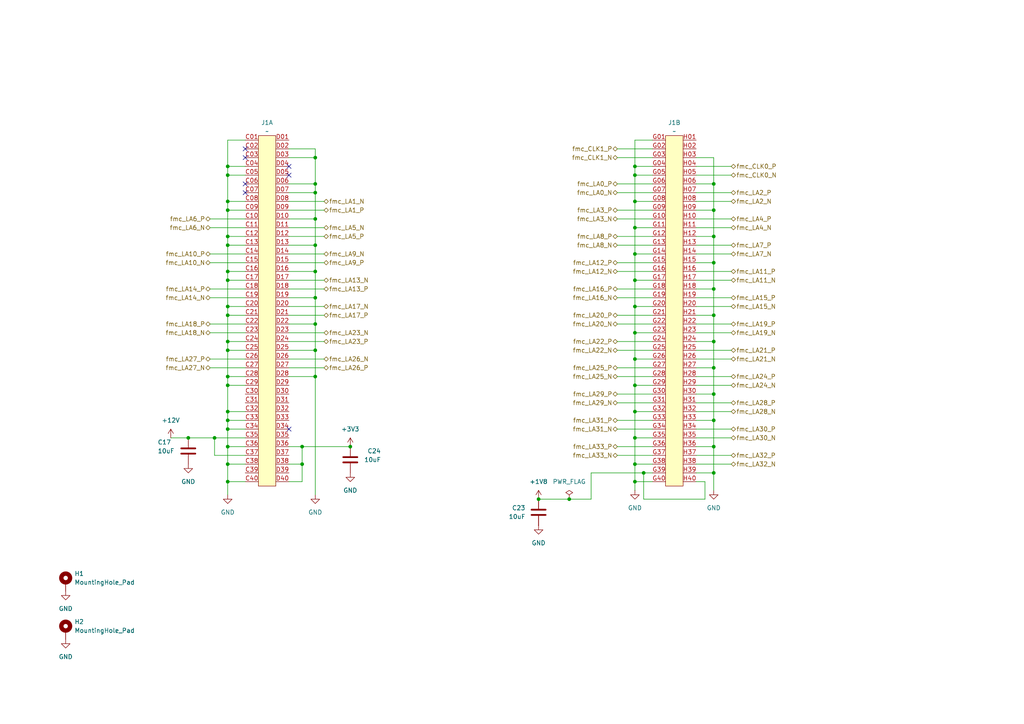
<source format=kicad_sch>
(kicad_sch (version 20250114) (generator "eeschema") (generator_version "9.0")
  (paper "A4")
  (title_block (title "FMC Connector") (date "2025") (rev "1") (company "Konstantin Schauwecker"))
  (lib_symbols
    (symbol "Device:C" (pin_numbers (hide yes)) (pin_names (offset 0.254))
      (property "Reference" "C" (at 0.635 2.54 0))
      (property "Value" "C" (at 0.635 -2.54 0))
      (symbol "C_0_1"
        (polyline (pts (xy -2.032 0.762) (xy 2.032 0.762)) (stroke (width 0.508)))
        (polyline (pts (xy -2.032 -0.762) (xy 2.032 -0.762)) (stroke (width 0.508)))
      )
      (symbol "C_1_1"
        (pin passive line (at 0 3.81 270) (length 2.794) (name "~") (number "1"))
        (pin passive line (at 0 -3.81 90) (length 2.794) (name "~") (number "2"))
      )
    )
    (symbol "Mechanical:MountingHole_Pad" (pin_numbers (hide yes)) (pin_names (offset 1.016) (hide yes)) (exclude_from_sim yes) (in_bom no)
      (property "Reference" "H" (at 0 6.35 0))
      (property "Value" "MountingHole_Pad" (at 0 4.445 0))
      (symbol "MountingHole_Pad_0_1"
        (circle (center 0 1.27) (radius 1.27) (stroke (width 1.27)))
      )
      (symbol "MountingHole_Pad_1_1"
        (pin input line (at 0 -2.54 90) (length 2.54) (name "1") (number "1"))
      )
    )
    (symbol "fmc-lpc-header_1"
      (property "Reference" "J1" (at 0 5.08 0))
      (property "Value" "~" (at 0 2.54 0))
      (symbol "fmc-lpc-header_1_1_0"
        (pin unspecified line (at -6.35 0 0) (length 3.81) (name "") (number "C01"))
        (pin unspecified line (at -6.35 -2.54 0) (length 3.81) (name "") (number "C02"))
        (pin unspecified line (at -6.35 -5.08 0) (length 3.81) (name "") (number "C03"))
        (pin unspecified line (at -6.35 -7.62 0) (length 3.81) (name "") (number "C04"))
        (pin unspecified line (at -6.35 -10.16 0) (length 3.81) (name "") (number "C05"))
        (pin unspecified line (at -6.35 -12.7 0) (length 3.81) (name "") (number "C06"))
        (pin unspecified line (at -6.35 -15.24 0) (length 3.81) (name "") (number "C07"))
        (pin unspecified line (at -6.35 -17.78 0) (length 3.81) (name "") (number "C08"))
        (pin unspecified line (at -6.35 -20.32 0) (length 3.81) (name "") (number "C09"))
        (pin unspecified line (at -6.35 -22.86 0) (length 3.81) (name "") (number "C10"))
        (pin unspecified line (at -6.35 -25.4 0) (length 3.81) (name "") (number "C11"))
        (pin unspecified line (at -6.35 -27.94 0) (length 3.81) (name "") (number "C12"))
        (pin unspecified line (at -6.35 -30.48 0) (length 3.81) (name "") (number "C13"))
        (pin unspecified line (at -6.35 -33.02 0) (length 3.81) (name "") (number "C14"))
        (pin unspecified line (at -6.35 -35.56 0) (length 3.81) (name "") (number "C15"))
        (pin unspecified line (at -6.35 -38.1 0) (length 3.81) (name "") (number "C16"))
        (pin unspecified line (at -6.35 -40.64 0) (length 3.81) (name "") (number "C17"))
        (pin unspecified line (at -6.35 -43.18 0) (length 3.81) (name "") (number "C18"))
        (pin unspecified line (at -6.35 -45.72 0) (length 3.81) (name "") (number "C19"))
        (pin unspecified line (at -6.35 -48.26 0) (length 3.81) (name "") (number "C20"))
        (pin unspecified line (at -6.35 -50.8 0) (length 3.81) (name "") (number "C21"))
        (pin unspecified line (at -6.35 -53.34 0) (length 3.81) (name "") (number "C22"))
        (pin unspecified line (at -6.35 -55.88 0) (length 3.81) (name "") (number "C23"))
        (pin unspecified line (at -6.35 -58.42 0) (length 3.81) (name "") (number "C24"))
        (pin unspecified line (at -6.35 -60.96 0) (length 3.81) (name "") (number "C25"))
        (pin unspecified line (at -6.35 -63.5 0) (length 3.81) (name "") (number "C26"))
        (pin unspecified line (at -6.35 -66.04 0) (length 3.81) (name "") (number "C27"))
        (pin unspecified line (at -6.35 -68.58 0) (length 3.81) (name "") (number "C28"))
        (pin unspecified line (at -6.35 -71.12 0) (length 3.81) (name "") (number "C29"))
        (pin unspecified line (at -6.35 -73.66 0) (length 3.81) (name "") (number "C30"))
        (pin unspecified line (at -6.35 -76.2 0) (length 3.81) (name "") (number "C31"))
        (pin unspecified line (at -6.35 -78.74 0) (length 3.81) (name "") (number "C32"))
        (pin unspecified line (at -6.35 -81.28 0) (length 3.81) (name "") (number "C33"))
        (pin unspecified line (at -6.35 -83.82 0) (length 3.81) (name "") (number "C34"))
        (pin unspecified line (at -6.35 -86.36 0) (length 3.81) (name "") (number "C35"))
        (pin unspecified line (at -6.35 -88.9 0) (length 3.81) (name "") (number "C36"))
        (pin unspecified line (at -6.35 -91.44 0) (length 3.81) (name "") (number "C37"))
        (pin unspecified line (at -6.35 -93.98 0) (length 3.81) (name "") (number "C38"))
        (pin unspecified line (at -6.35 -96.52 0) (length 3.81) (name "") (number "C39"))
        (pin unspecified line (at -6.35 -99.06 0) (length 3.81) (name "") (number "C40"))
        (pin unspecified line (at 6.35 0 180) (length 3.81) (name "") (number "D01"))
        (pin unspecified line (at 6.35 -2.54 180) (length 3.81) (name "") (number "D02"))
        (pin unspecified line (at 6.35 -5.08 180) (length 3.81) (name "") (number "D03"))
        (pin unspecified line (at 6.35 -7.62 180) (length 3.81) (name "") (number "D04"))
        (pin unspecified line (at 6.35 -10.16 180) (length 3.81) (name "") (number "D05"))
        (pin unspecified line (at 6.35 -12.7 180) (length 3.81) (name "") (number "D06"))
        (pin unspecified line (at 6.35 -15.24 180) (length 3.81) (name "") (number "D07"))
        (pin unspecified line (at 6.35 -17.78 180) (length 3.81) (name "") (number "D08"))
        (pin unspecified line (at 6.35 -20.32 180) (length 3.81) (name "") (number "D09"))
        (pin unspecified line (at 6.35 -22.86 180) (length 3.81) (name "") (number "D10"))
        (pin unspecified line (at 6.35 -25.4 180) (length 3.81) (name "") (number "D11"))
        (pin unspecified line (at 6.35 -27.94 180) (length 3.81) (name "") (number "D12"))
        (pin unspecified line (at 6.35 -30.48 180) (length 3.81) (name "") (number "D13"))
        (pin unspecified line (at 6.35 -33.02 180) (length 3.81) (name "") (number "D14"))
        (pin unspecified line (at 6.35 -35.56 180) (length 3.81) (name "") (number "D15"))
        (pin unspecified line (at 6.35 -38.1 180) (length 3.81) (name "") (number "D16"))
        (pin unspecified line (at 6.35 -40.64 180) (length 3.81) (name "") (number "D17"))
        (pin unspecified line (at 6.35 -43.18 180) (length 3.81) (name "") (number "D18"))
        (pin unspecified line (at 6.35 -45.72 180) (length 3.81) (name "") (number "D19"))
        (pin unspecified line (at 6.35 -48.26 180) (length 3.81) (name "") (number "D20"))
        (pin unspecified line (at 6.35 -50.8 180) (length 3.81) (name "") (number "D21"))
        (pin unspecified line (at 6.35 -53.34 180) (length 3.81) (name "") (number "D22"))
        (pin unspecified line (at 6.35 -55.88 180) (length 3.81) (name "") (number "D23"))
        (pin unspecified line (at 6.35 -58.42 180) (length 3.81) (name "") (number "D24"))
        (pin unspecified line (at 6.35 -60.96 180) (length 3.81) (name "") (number "D25"))
        (pin unspecified line (at 6.35 -63.5 180) (length 3.81) (name "") (number "D26"))
        (pin unspecified line (at 6.35 -66.04 180) (length 3.81) (name "") (number "D27"))
        (pin unspecified line (at 6.35 -68.58 180) (length 3.81) (name "") (number "D28"))
        (pin unspecified line (at 6.35 -71.12 180) (length 3.81) (name "") (number "D29"))
        (pin unspecified line (at 6.35 -73.66 180) (length 3.81) (name "") (number "D30"))
        (pin unspecified line (at 6.35 -76.2 180) (length 3.81) (name "") (number "D31"))
        (pin unspecified line (at 6.35 -78.74 180) (length 3.81) (name "") (number "D32"))
        (pin unspecified line (at 6.35 -81.28 180) (length 3.81) (name "") (number "D33"))
        (pin unspecified line (at 6.35 -83.82 180) (length 3.81) (name "") (number "D34"))
        (pin unspecified line (at 6.35 -86.36 180) (length 3.81) (name "") (number "D35"))
        (pin unspecified line (at 6.35 -88.9 180) (length 3.81) (name "") (number "D36"))
        (pin unspecified line (at 6.35 -91.44 180) (length 3.81) (name "") (number "D37"))
        (pin unspecified line (at 6.35 -93.98 180) (length 3.81) (name "") (number "D38"))
        (pin unspecified line (at 6.35 -96.52 180) (length 3.81) (name "") (number "D39"))
        (pin unspecified line (at 6.35 -99.06 180) (length 3.81) (name "") (number "D40"))
      )
      (symbol "fmc-lpc-header_1_1_1"
        (rectangle (start -2.54 1.27) (end 2.54 -100.33) (fill (type background)))
      )
      (symbol "fmc-lpc-header_1_2_0"
        (pin unspecified line (at -6.35 0 0) (length 3.81) (name "") (number "G01"))
        (pin unspecified line (at -6.35 -2.54 0) (length 3.81) (name "") (number "G02"))
        (pin unspecified line (at -6.35 -5.08 0) (length 3.81) (name "") (number "G03"))
        (pin unspecified line (at -6.35 -7.62 0) (length 3.81) (name "") (number "G04"))
        (pin unspecified line (at -6.35 -10.16 0) (length 3.81) (name "") (number "G05"))
        (pin unspecified line (at -6.35 -12.7 0) (length 3.81) (name "") (number "G06"))
        (pin unspecified line (at -6.35 -15.24 0) (length 3.81) (name "") (number "G07"))
        (pin unspecified line (at -6.35 -17.78 0) (length 3.81) (name "") (number "G08"))
        (pin unspecified line (at -6.35 -20.32 0) (length 3.81) (name "") (number "G09"))
        (pin unspecified line (at -6.35 -22.86 0) (length 3.81) (name "") (number "G10"))
        (pin unspecified line (at -6.35 -25.4 0) (length 3.81) (name "") (number "G11"))
        (pin unspecified line (at -6.35 -27.94 0) (length 3.81) (name "") (number "G12"))
        (pin unspecified line (at -6.35 -30.48 0) (length 3.81) (name "") (number "G13"))
        (pin unspecified line (at -6.35 -33.02 0) (length 3.81) (name "") (number "G14"))
        (pin unspecified line (at -6.35 -35.56 0) (length 3.81) (name "") (number "G15"))
        (pin unspecified line (at -6.35 -38.1 0) (length 3.81) (name "") (number "G16"))
        (pin unspecified line (at -6.35 -40.64 0) (length 3.81) (name "") (number "G17"))
        (pin unspecified line (at -6.35 -43.18 0) (length 3.81) (name "") (number "G18"))
        (pin unspecified line (at -6.35 -45.72 0) (length 3.81) (name "") (number "G19"))
        (pin unspecified line (at -6.35 -48.26 0) (length 3.81) (name "") (number "G20"))
        (pin unspecified line (at -6.35 -50.8 0) (length 3.81) (name "") (number "G21"))
        (pin unspecified line (at -6.35 -53.34 0) (length 3.81) (name "") (number "G22"))
        (pin unspecified line (at -6.35 -55.88 0) (length 3.81) (name "") (number "G23"))
        (pin unspecified line (at -6.35 -58.42 0) (length 3.81) (name "") (number "G24"))
        (pin unspecified line (at -6.35 -60.96 0) (length 3.81) (name "") (number "G25"))
        (pin unspecified line (at -6.35 -63.5 0) (length 3.81) (name "") (number "G26"))
        (pin unspecified line (at -6.35 -66.04 0) (length 3.81) (name "") (number "G27"))
        (pin unspecified line (at -6.35 -68.58 0) (length 3.81) (name "") (number "G28"))
        (pin unspecified line (at -6.35 -71.12 0) (length 3.81) (name "") (number "G29"))
        (pin unspecified line (at -6.35 -73.66 0) (length 3.81) (name "") (number "G30"))
        (pin unspecified line (at -6.35 -76.2 0) (length 3.81) (name "") (number "G31"))
        (pin unspecified line (at -6.35 -78.74 0) (length 3.81) (name "") (number "G32"))
        (pin unspecified line (at -6.35 -81.28 0) (length 3.81) (name "") (number "G33"))
        (pin unspecified line (at -6.35 -83.82 0) (length 3.81) (name "") (number "G34"))
        (pin unspecified line (at -6.35 -86.36 0) (length 3.81) (name "") (number "G35"))
        (pin unspecified line (at -6.35 -88.9 0) (length 3.81) (name "") (number "G36"))
        (pin unspecified line (at -6.35 -91.44 0) (length 3.81) (name "") (number "G37"))
        (pin unspecified line (at -6.35 -93.98 0) (length 3.81) (name "") (number "G38"))
        (pin unspecified line (at -6.35 -96.52 0) (length 3.81) (name "") (number "G39"))
        (pin unspecified line (at -6.35 -99.06 0) (length 3.81) (name "") (number "G40"))
        (pin unspecified line (at 6.35 0 180) (length 3.81) (name "") (number "H01"))
        (pin unspecified line (at 6.35 -2.54 180) (length 3.81) (name "") (number "H02"))
        (pin unspecified line (at 6.35 -5.08 180) (length 3.81) (name "") (number "H03"))
        (pin unspecified line (at 6.35 -7.62 180) (length 3.81) (name "") (number "H04"))
        (pin unspecified line (at 6.35 -10.16 180) (length 3.81) (name "") (number "H05"))
        (pin unspecified line (at 6.35 -12.7 180) (length 3.81) (name "") (number "H06"))
        (pin unspecified line (at 6.35 -15.24 180) (length 3.81) (name "") (number "H07"))
        (pin unspecified line (at 6.35 -17.78 180) (length 3.81) (name "") (number "H08"))
        (pin unspecified line (at 6.35 -20.32 180) (length 3.81) (name "") (number "H09"))
        (pin unspecified line (at 6.35 -22.86 180) (length 3.81) (name "") (number "H10"))
        (pin unspecified line (at 6.35 -25.4 180) (length 3.81) (name "") (number "H11"))
        (pin unspecified line (at 6.35 -27.94 180) (length 3.81) (name "") (number "H12"))
        (pin unspecified line (at 6.35 -30.48 180) (length 3.81) (name "") (number "H13"))
        (pin unspecified line (at 6.35 -33.02 180) (length 3.81) (name "") (number "H14"))
        (pin unspecified line (at 6.35 -35.56 180) (length 3.81) (name "") (number "H15"))
        (pin unspecified line (at 6.35 -38.1 180) (length 3.81) (name "") (number "H16"))
        (pin unspecified line (at 6.35 -40.64 180) (length 3.81) (name "") (number "H17"))
        (pin unspecified line (at 6.35 -43.18 180) (length 3.81) (name "") (number "H18"))
        (pin unspecified line (at 6.35 -45.72 180) (length 3.81) (name "") (number "H19"))
        (pin unspecified line (at 6.35 -48.26 180) (length 3.81) (name "") (number "H20"))
        (pin unspecified line (at 6.35 -50.8 180) (length 3.81) (name "") (number "H21"))
        (pin unspecified line (at 6.35 -53.34 180) (length 3.81) (name "") (number "H22"))
        (pin unspecified line (at 6.35 -55.88 180) (length 3.81) (name "") (number "H23"))
        (pin unspecified line (at 6.35 -58.42 180) (length 3.81) (name "") (number "H24"))
        (pin unspecified line (at 6.35 -60.96 180) (length 3.81) (name "") (number "H25"))
        (pin unspecified line (at 6.35 -63.5 180) (length 3.81) (name "") (number "H26"))
        (pin unspecified line (at 6.35 -66.04 180) (length 3.81) (name "") (number "H27"))
        (pin unspecified line (at 6.35 -68.58 180) (length 3.81) (name "") (number "H28"))
        (pin unspecified line (at 6.35 -71.12 180) (length 3.81) (name "") (number "H29"))
        (pin unspecified line (at 6.35 -73.66 180) (length 3.81) (name "") (number "H30"))
        (pin unspecified line (at 6.35 -76.2 180) (length 3.81) (name "") (number "H31"))
        (pin unspecified line (at 6.35 -78.74 180) (length 3.81) (name "") (number "H32"))
        (pin unspecified line (at 6.35 -81.28 180) (length 3.81) (name "") (number "H33"))
        (pin unspecified line (at 6.35 -83.82 180) (length 3.81) (name "") (number "H34"))
        (pin unspecified line (at 6.35 -86.36 180) (length 3.81) (name "") (number "H35"))
        (pin unspecified line (at 6.35 -88.9 180) (length 3.81) (name "") (number "H36"))
        (pin unspecified line (at 6.35 -91.44 180) (length 3.81) (name "") (number "H37"))
        (pin unspecified line (at 6.35 -93.98 180) (length 3.81) (name "") (number "H38"))
        (pin unspecified line (at 6.35 -96.52 180) (length 3.81) (name "") (number "H39"))
        (pin unspecified line (at 6.35 -99.06 180) (length 3.81) (name "") (number "H40"))
      )
      (symbol "fmc-lpc-header_1_2_1"
        (rectangle (start -2.54 1.27) (end 2.54 -100.33) (fill (type background)))
      )
    )
    (symbol "power:+12V" (power) (pin_numbers (hide yes)) (pin_names (offset 0) (hide yes))
      (property "Value" "+12V" (at 0 3.556 0))
      (symbol "+12V_0_1"
        (polyline (pts (xy -0.762 1.27) (xy 0 2.54)))
        (polyline (pts (xy 0 2.54) (xy 0.762 1.27)))
        (polyline (pts (xy 0 0) (xy 0 2.54)))
      )
      (symbol "+12V_1_1"
        (pin power_in line (at 0 0 90) (length 0) (name "~") (number "1"))
      )
    )
    (symbol "power:+1V8" (power) (pin_numbers (hide yes)) (pin_names (offset 0) (hide yes))
      (property "Value" "+1V8" (at 0 3.556 0))
      (symbol "+1V8_0_1"
        (polyline (pts (xy -0.762 1.27) (xy 0 2.54)))
        (polyline (pts (xy 0 2.54) (xy 0.762 1.27)))
        (polyline (pts (xy 0 0) (xy 0 2.54)))
      )
      (symbol "+1V8_1_1"
        (pin power_in line (at 0 0 90) (length 0) (name "~") (number "1"))
      )
    )
    (symbol "power:+3V3" (power) (pin_numbers (hide yes)) (pin_names (offset 0) (hide yes))
      (property "Value" "+3V3" (at 0 3.556 0))
      (symbol "+3V3_0_1"
        (polyline (pts (xy -0.762 1.27) (xy 0 2.54)))
        (polyline (pts (xy 0 2.54) (xy 0.762 1.27)))
        (polyline (pts (xy 0 0) (xy 0 2.54)))
      )
      (symbol "+3V3_1_1"
        (pin power_in line (at 0 0 90) (length 0) (name "~") (number "1"))
      )
    )
    (symbol "power:GND" (power) (pin_numbers (hide yes)) (pin_names (offset 0) (hide yes))
      (property "Value" "GND" (at 0 -3.81 0))
      (symbol "GND_0_1"
        (polyline (pts (xy 0 0) (xy 0 -1.27) (xy 1.27 -1.27) (xy 0 -2.54) (xy -1.27 -1.27) (xy 0 -1.27)))
      )
      (symbol "GND_1_1"
        (pin power_in line (at 0 0 270) (length 0) (name "~") (number "1"))
      )
    )
    (symbol "power:PWR_FLAG" (power) (pin_numbers (hide yes)) (pin_names (offset 0) (hide yes))
      (property "Value" "PWR_FLAG" (at 0 3.81 0))
      (symbol "PWR_FLAG_0_0"
        (pin power_out line (at 0 0 90) (length 0) (name "~") (number "1"))
      )
      (symbol "PWR_FLAG_0_1"
        (polyline (pts (xy 0 0) (xy 0 1.27) (xy -1.016 1.905) (xy 0 2.54) (xy 1.016 1.905) (xy 0 1.27)))
      )
    )
    (symbol "symbols:fmc-lpc-header"
      (property "Reference" "J1" (at 0 5.08 0))
      (property "Value" "~" (at 0 2.54 0))
      (symbol "fmc-lpc-header_1_0"
        (pin unspecified line (at -6.35 0 0) (length 3.81) (name "") (number "C01"))
        (pin unspecified line (at -6.35 -2.54 0) (length 3.81) (name "") (number "C02"))
        (pin unspecified line (at -6.35 -5.08 0) (length 3.81) (name "") (number "C03"))
        (pin unspecified line (at -6.35 -7.62 0) (length 3.81) (name "") (number "C04"))
        (pin unspecified line (at -6.35 -10.16 0) (length 3.81) (name "") (number "C05"))
        (pin unspecified line (at -6.35 -12.7 0) (length 3.81) (name "") (number "C06"))
        (pin unspecified line (at -6.35 -15.24 0) (length 3.81) (name "") (number "C07"))
        (pin unspecified line (at -6.35 -17.78 0) (length 3.81) (name "") (number "C08"))
        (pin unspecified line (at -6.35 -20.32 0) (length 3.81) (name "") (number "C09"))
        (pin unspecified line (at -6.35 -22.86 0) (length 3.81) (name "") (number "C10"))
        (pin unspecified line (at -6.35 -25.4 0) (length 3.81) (name "") (number "C11"))
        (pin unspecified line (at -6.35 -27.94 0) (length 3.81) (name "") (number "C12"))
        (pin unspecified line (at -6.35 -30.48 0) (length 3.81) (name "") (number "C13"))
        (pin unspecified line (at -6.35 -33.02 0) (length 3.81) (name "") (number "C14"))
        (pin unspecified line (at -6.35 -35.56 0) (length 3.81) (name "") (number "C15"))
        (pin unspecified line (at -6.35 -38.1 0) (length 3.81) (name "") (number "C16"))
        (pin unspecified line (at -6.35 -40.64 0) (length 3.81) (name "") (number "C17"))
        (pin unspecified line (at -6.35 -43.18 0) (length 3.81) (name "") (number "C18"))
        (pin unspecified line (at -6.35 -45.72 0) (length 3.81) (name "") (number "C19"))
        (pin unspecified line (at -6.35 -48.26 0) (length 3.81) (name "") (number "C20"))
        (pin unspecified line (at -6.35 -50.8 0) (length 3.81) (name "") (number "C21"))
        (pin unspecified line (at -6.35 -53.34 0) (length 3.81) (name "") (number "C22"))
        (pin unspecified line (at -6.35 -55.88 0) (length 3.81) (name "") (number "C23"))
        (pin unspecified line (at -6.35 -58.42 0) (length 3.81) (name "") (number "C24"))
        (pin unspecified line (at -6.35 -60.96 0) (length 3.81) (name "") (number "C25"))
        (pin unspecified line (at -6.35 -63.5 0) (length 3.81) (name "") (number "C26"))
        (pin unspecified line (at -6.35 -66.04 0) (length 3.81) (name "") (number "C27"))
        (pin unspecified line (at -6.35 -68.58 0) (length 3.81) (name "") (number "C28"))
        (pin unspecified line (at -6.35 -71.12 0) (length 3.81) (name "") (number "C29"))
        (pin unspecified line (at -6.35 -73.66 0) (length 3.81) (name "") (number "C30"))
        (pin unspecified line (at -6.35 -76.2 0) (length 3.81) (name "") (number "C31"))
        (pin unspecified line (at -6.35 -78.74 0) (length 3.81) (name "") (number "C32"))
        (pin unspecified line (at -6.35 -81.28 0) (length 3.81) (name "") (number "C33"))
        (pin unspecified line (at -6.35 -83.82 0) (length 3.81) (name "") (number "C34"))
        (pin unspecified line (at -6.35 -86.36 0) (length 3.81) (name "") (number "C35"))
        (pin unspecified line (at -6.35 -88.9 0) (length 3.81) (name "") (number "C36"))
        (pin unspecified line (at -6.35 -91.44 0) (length 3.81) (name "") (number "C37"))
        (pin unspecified line (at -6.35 -93.98 0) (length 3.81) (name "") (number "C38"))
        (pin unspecified line (at -6.35 -96.52 0) (length 3.81) (name "") (number "C39"))
        (pin unspecified line (at -6.35 -99.06 0) (length 3.81) (name "") (number "C40"))
        (pin unspecified line (at 6.35 0 180) (length 3.81) (name "") (number "D01"))
        (pin unspecified line (at 6.35 -2.54 180) (length 3.81) (name "") (number "D02"))
        (pin unspecified line (at 6.35 -5.08 180) (length 3.81) (name "") (number "D03"))
        (pin unspecified line (at 6.35 -7.62 180) (length 3.81) (name "") (number "D04"))
        (pin unspecified line (at 6.35 -10.16 180) (length 3.81) (name "") (number "D05"))
        (pin unspecified line (at 6.35 -12.7 180) (length 3.81) (name "") (number "D06"))
        (pin unspecified line (at 6.35 -15.24 180) (length 3.81) (name "") (number "D07"))
        (pin unspecified line (at 6.35 -17.78 180) (length 3.81) (name "") (number "D08"))
        (pin unspecified line (at 6.35 -20.32 180) (length 3.81) (name "") (number "D09"))
        (pin unspecified line (at 6.35 -22.86 180) (length 3.81) (name "") (number "D10"))
        (pin unspecified line (at 6.35 -25.4 180) (length 3.81) (name "") (number "D11"))
        (pin unspecified line (at 6.35 -27.94 180) (length 3.81) (name "") (number "D12"))
        (pin unspecified line (at 6.35 -30.48 180) (length 3.81) (name "") (number "D13"))
        (pin unspecified line (at 6.35 -33.02 180) (length 3.81) (name "") (number "D14"))
        (pin unspecified line (at 6.35 -35.56 180) (length 3.81) (name "") (number "D15"))
        (pin unspecified line (at 6.35 -38.1 180) (length 3.81) (name "") (number "D16"))
        (pin unspecified line (at 6.35 -40.64 180) (length 3.81) (name "") (number "D17"))
        (pin unspecified line (at 6.35 -43.18 180) (length 3.81) (name "") (number "D18"))
        (pin unspecified line (at 6.35 -45.72 180) (length 3.81) (name "") (number "D19"))
        (pin unspecified line (at 6.35 -48.26 180) (length 3.81) (name "") (number "D20"))
        (pin unspecified line (at 6.35 -50.8 180) (length 3.81) (name "") (number "D21"))
        (pin unspecified line (at 6.35 -53.34 180) (length 3.81) (name "") (number "D22"))
        (pin unspecified line (at 6.35 -55.88 180) (length 3.81) (name "") (number "D23"))
        (pin unspecified line (at 6.35 -58.42 180) (length 3.81) (name "") (number "D24"))
        (pin unspecified line (at 6.35 -60.96 180) (length 3.81) (name "") (number "D25"))
        (pin unspecified line (at 6.35 -63.5 180) (length 3.81) (name "") (number "D26"))
        (pin unspecified line (at 6.35 -66.04 180) (length 3.81) (name "") (number "D27"))
        (pin unspecified line (at 6.35 -68.58 180) (length 3.81) (name "") (number "D28"))
        (pin unspecified line (at 6.35 -71.12 180) (length 3.81) (name "") (number "D29"))
        (pin unspecified line (at 6.35 -73.66 180) (length 3.81) (name "") (number "D30"))
        (pin unspecified line (at 6.35 -76.2 180) (length 3.81) (name "") (number "D31"))
        (pin unspecified line (at 6.35 -78.74 180) (length 3.81) (name "") (number "D32"))
        (pin unspecified line (at 6.35 -81.28 180) (length 3.81) (name "") (number "D33"))
        (pin unspecified line (at 6.35 -83.82 180) (length 3.81) (name "") (number "D34"))
        (pin unspecified line (at 6.35 -86.36 180) (length 3.81) (name "") (number "D35"))
        (pin unspecified line (at 6.35 -88.9 180) (length 3.81) (name "") (number "D36"))
        (pin unspecified line (at 6.35 -91.44 180) (length 3.81) (name "") (number "D37"))
        (pin unspecified line (at 6.35 -93.98 180) (length 3.81) (name "") (number "D38"))
        (pin unspecified line (at 6.35 -96.52 180) (length 3.81) (name "") (number "D39"))
        (pin unspecified line (at 6.35 -99.06 180) (length 3.81) (name "") (number "D40"))
      )
      (symbol "fmc-lpc-header_1_1"
        (rectangle (start -2.54 1.27) (end 2.54 -100.33) (fill (type background)))
      )
      (symbol "fmc-lpc-header_2_0"
        (pin unspecified line (at -6.35 0 0) (length 3.81) (name "") (number "G01"))
        (pin unspecified line (at -6.35 -2.54 0) (length 3.81) (name "") (number "G02"))
        (pin unspecified line (at -6.35 -5.08 0) (length 3.81) (name "") (number "G03"))
        (pin unspecified line (at -6.35 -7.62 0) (length 3.81) (name "") (number "G04"))
        (pin unspecified line (at -6.35 -10.16 0) (length 3.81) (name "") (number "G05"))
        (pin unspecified line (at -6.35 -12.7 0) (length 3.81) (name "") (number "G06"))
        (pin unspecified line (at -6.35 -15.24 0) (length 3.81) (name "") (number "G07"))
        (pin unspecified line (at -6.35 -17.78 0) (length 3.81) (name "") (number "G08"))
        (pin unspecified line (at -6.35 -20.32 0) (length 3.81) (name "") (number "G09"))
        (pin unspecified line (at -6.35 -22.86 0) (length 3.81) (name "") (number "G10"))
        (pin unspecified line (at -6.35 -25.4 0) (length 3.81) (name "") (number "G11"))
        (pin unspecified line (at -6.35 -27.94 0) (length 3.81) (name "") (number "G12"))
        (pin unspecified line (at -6.35 -30.48 0) (length 3.81) (name "") (number "G13"))
        (pin unspecified line (at -6.35 -33.02 0) (length 3.81) (name "") (number "G14"))
        (pin unspecified line (at -6.35 -35.56 0) (length 3.81) (name "") (number "G15"))
        (pin unspecified line (at -6.35 -38.1 0) (length 3.81) (name "") (number "G16"))
        (pin unspecified line (at -6.35 -40.64 0) (length 3.81) (name "") (number "G17"))
        (pin unspecified line (at -6.35 -43.18 0) (length 3.81) (name "") (number "G18"))
        (pin unspecified line (at -6.35 -45.72 0) (length 3.81) (name "") (number "G19"))
        (pin unspecified line (at -6.35 -48.26 0) (length 3.81) (name "") (number "G20"))
        (pin unspecified line (at -6.35 -50.8 0) (length 3.81) (name "") (number "G21"))
        (pin unspecified line (at -6.35 -53.34 0) (length 3.81) (name "") (number "G22"))
        (pin unspecified line (at -6.35 -55.88 0) (length 3.81) (name "") (number "G23"))
        (pin unspecified line (at -6.35 -58.42 0) (length 3.81) (name "") (number "G24"))
        (pin unspecified line (at -6.35 -60.96 0) (length 3.81) (name "") (number "G25"))
        (pin unspecified line (at -6.35 -63.5 0) (length 3.81) (name "") (number "G26"))
        (pin unspecified line (at -6.35 -66.04 0) (length 3.81) (name "") (number "G27"))
        (pin unspecified line (at -6.35 -68.58 0) (length 3.81) (name "") (number "G28"))
        (pin unspecified line (at -6.35 -71.12 0) (length 3.81) (name "") (number "G29"))
        (pin unspecified line (at -6.35 -73.66 0) (length 3.81) (name "") (number "G30"))
        (pin unspecified line (at -6.35 -76.2 0) (length 3.81) (name "") (number "G31"))
        (pin unspecified line (at -6.35 -78.74 0) (length 3.81) (name "") (number "G32"))
        (pin unspecified line (at -6.35 -81.28 0) (length 3.81) (name "") (number "G33"))
        (pin unspecified line (at -6.35 -83.82 0) (length 3.81) (name "") (number "G34"))
        (pin unspecified line (at -6.35 -86.36 0) (length 3.81) (name "") (number "G35"))
        (pin unspecified line (at -6.35 -88.9 0) (length 3.81) (name "") (number "G36"))
        (pin unspecified line (at -6.35 -91.44 0) (length 3.81) (name "") (number "G37"))
        (pin unspecified line (at -6.35 -93.98 0) (length 3.81) (name "") (number "G38"))
        (pin unspecified line (at -6.35 -96.52 0) (length 3.81) (name "") (number "G39"))
        (pin unspecified line (at -6.35 -99.06 0) (length 3.81) (name "") (number "G40"))
        (pin unspecified line (at 6.35 0 180) (length 3.81) (name "") (number "H01"))
        (pin unspecified line (at 6.35 -2.54 180) (length 3.81) (name "") (number "H02"))
        (pin unspecified line (at 6.35 -5.08 180) (length 3.81) (name "") (number "H03"))
        (pin unspecified line (at 6.35 -7.62 180) (length 3.81) (name "") (number "H04"))
        (pin unspecified line (at 6.35 -10.16 180) (length 3.81) (name "") (number "H05"))
        (pin unspecified line (at 6.35 -12.7 180) (length 3.81) (name "") (number "H06"))
        (pin unspecified line (at 6.35 -15.24 180) (length 3.81) (name "") (number "H07"))
        (pin unspecified line (at 6.35 -17.78 180) (length 3.81) (name "") (number "H08"))
        (pin unspecified line (at 6.35 -20.32 180) (length 3.81) (name "") (number "H09"))
        (pin unspecified line (at 6.35 -22.86 180) (length 3.81) (name "") (number "H10"))
        (pin unspecified line (at 6.35 -25.4 180) (length 3.81) (name "") (number "H11"))
        (pin unspecified line (at 6.35 -27.94 180) (length 3.81) (name "") (number "H12"))
        (pin unspecified line (at 6.35 -30.48 180) (length 3.81) (name "") (number "H13"))
        (pin unspecified line (at 6.35 -33.02 180) (length 3.81) (name "") (number "H14"))
        (pin unspecified line (at 6.35 -35.56 180) (length 3.81) (name "") (number "H15"))
        (pin unspecified line (at 6.35 -38.1 180) (length 3.81) (name "") (number "H16"))
        (pin unspecified line (at 6.35 -40.64 180) (length 3.81) (name "") (number "H17"))
        (pin unspecified line (at 6.35 -43.18 180) (length 3.81) (name "") (number "H18"))
        (pin unspecified line (at 6.35 -45.72 180) (length 3.81) (name "") (number "H19"))
        (pin unspecified line (at 6.35 -48.26 180) (length 3.81) (name "") (number "H20"))
        (pin unspecified line (at 6.35 -50.8 180) (length 3.81) (name "") (number "H21"))
        (pin unspecified line (at 6.35 -53.34 180) (length 3.81) (name "") (number "H22"))
        (pin unspecified line (at 6.35 -55.88 180) (length 3.81) (name "") (number "H23"))
        (pin unspecified line (at 6.35 -58.42 180) (length 3.81) (name "") (number "H24"))
        (pin unspecified line (at 6.35 -60.96 180) (length 3.81) (name "") (number "H25"))
        (pin unspecified line (at 6.35 -63.5 180) (length 3.81) (name "") (number "H26"))
        (pin unspecified line (at 6.35 -66.04 180) (length 3.81) (name "") (number "H27"))
        (pin unspecified line (at 6.35 -68.58 180) (length 3.81) (name "") (number "H28"))
        (pin unspecified line (at 6.35 -71.12 180) (length 3.81) (name "") (number "H29"))
        (pin unspecified line (at 6.35 -73.66 180) (length 3.81) (name "") (number "H30"))
        (pin unspecified line (at 6.35 -76.2 180) (length 3.81) (name "") (number "H31"))
        (pin unspecified line (at 6.35 -78.74 180) (length 3.81) (name "") (number "H32"))
        (pin unspecified line (at 6.35 -81.28 180) (length 3.81) (name "") (number "H33"))
        (pin unspecified line (at 6.35 -83.82 180) (length 3.81) (name "") (number "H34"))
        (pin unspecified line (at 6.35 -86.36 180) (length 3.81) (name "") (number "H35"))
        (pin unspecified line (at 6.35 -88.9 180) (length 3.81) (name "") (number "H36"))
        (pin unspecified line (at 6.35 -91.44 180) (length 3.81) (name "") (number "H37"))
        (pin unspecified line (at 6.35 -93.98 180) (length 3.81) (name "") (number "H38"))
        (pin unspecified line (at 6.35 -96.52 180) (length 3.81) (name "") (number "H39"))
        (pin unspecified line (at 6.35 -99.06 180) (length 3.81) (name "") (number "H40"))
      )
      (symbol "fmc-lpc-header_2_1"
        (rectangle (start -2.54 1.27) (end 2.54 -100.33) (fill (type background)))
      )
    )
  )
  (junction (at 66.04 101.6))
  (junction (at 91.44 101.6))
  (junction (at 184.15 66.04))
  (junction (at 66.04 119.38))
  (junction (at 66.04 81.28))
  (junction (at 66.04 68.58))
  (junction (at 66.04 134.62))
  (junction (at 207.01 68.58))
  (junction (at 184.15 48.26))
  (junction (at 54.61 127))
  (junction (at 207.01 76.2))
  (junction (at 66.04 99.06))
  (junction (at 91.44 86.36))
  (junction (at 207.01 53.34))
  (junction (at 207.01 91.44))
  (junction (at 184.15 104.14))
  (junction (at 184.15 81.28))
  (junction (at 207.01 106.68))
  (junction (at 207.01 60.96))
  (junction (at 66.04 78.74))
  (junction (at 184.15 119.38))
  (junction (at 66.04 88.9))
  (junction (at 184.15 50.8))
  (junction (at 91.44 109.22))
  (junction (at 91.44 71.12))
  (junction (at 207.01 114.3))
  (junction (at 66.04 129.54))
  (junction (at 207.01 137.16))
  (junction (at 91.44 78.74))
  (junction (at 156.21 144.78))
  (junction (at 91.44 53.34))
  (junction (at 87.63 129.54))
  (junction (at 184.15 96.52))
  (junction (at 207.01 129.54))
  (junction (at 66.04 111.76))
  (junction (at 62.23 127))
  (junction (at 101.6 129.54))
  (junction (at 66.04 50.8))
  (junction (at 184.15 139.7))
  (junction (at 184.15 58.42))
  (junction (at 184.15 127))
  (junction (at 165.1 144.78))
  (junction (at 66.04 124.46))
  (junction (at 66.04 58.42))
  (junction (at 66.04 60.96))
  (junction (at 184.15 88.9))
  (junction (at 186.69 137.16))
  (junction (at 87.63 134.62))
  (junction (at 66.04 91.44))
  (junction (at 66.04 139.7))
  (junction (at 184.15 73.66))
  (junction (at 207.01 83.82))
  (junction (at 66.04 48.26))
  (junction (at 66.04 71.12))
  (junction (at 91.44 45.72))
  (junction (at 184.15 134.62))
  (junction (at 66.04 109.22))
  (junction (at 66.04 121.92))
  (junction (at 207.01 99.06))
  (junction (at 91.44 63.5))
  (junction (at 184.15 111.76))
  (junction (at 91.44 93.98))
  (junction (at 207.01 121.92))
  (junction (at 91.44 55.88))
  (no_connect (at 83.82 124.46))
  (no_connect (at 83.82 48.26))
  (no_connect (at 83.82 50.8))
  (no_connect (at 71.12 53.34))
  (no_connect (at 71.12 43.18))
  (no_connect (at 71.12 55.88))
  (no_connect (at 71.12 45.72))
  (wire (pts (xy 71.12 132.08) (xy 62.23 132.08)))
  (wire (pts (xy 212.09 78.74) (xy 201.93 78.74)))
  (wire (pts (xy 186.69 144.78) (xy 204.47 144.78)))
  (wire (pts (xy 179.07 129.54) (xy 189.23 129.54)))
  (wire (pts (xy 71.12 101.6) (xy 66.04 101.6)))
  (wire (pts (xy 186.69 137.16) (xy 186.69 144.78)))
  (wire (pts (xy 66.04 50.8) (xy 66.04 48.26)))
  (wire (pts (xy 179.07 99.06) (xy 189.23 99.06)))
  (wire (pts (xy 66.04 129.54) (xy 66.04 134.62)))
  (wire (pts (xy 184.15 48.26) (xy 189.23 48.26)))
  (wire (pts (xy 179.07 53.34) (xy 189.23 53.34)))
  (wire (pts (xy 91.44 101.6) (xy 91.44 109.22)))
  (wire (pts (xy 60.96 63.5) (xy 71.12 63.5)))
  (wire (pts (xy 91.44 93.98) (xy 91.44 101.6)))
  (wire (pts (xy 91.44 78.74) (xy 91.44 86.36)))
  (wire (pts (xy 184.15 73.66) (xy 184.15 81.28)))
  (wire (pts (xy 189.23 40.64) (xy 184.15 40.64)))
  (wire (pts (xy 212.09 119.38) (xy 201.93 119.38)))
  (wire (pts (xy 184.15 88.9) (xy 189.23 88.9)))
  (wire (pts (xy 184.15 88.9) (xy 184.15 96.52)))
  (wire (pts (xy 60.96 93.98) (xy 71.12 93.98)))
  (wire (pts (xy 87.63 129.54) (xy 87.63 134.62)))
  (wire (pts (xy 171.45 137.16) (xy 186.69 137.16)))
  (wire (pts (xy 204.47 144.78) (xy 204.47 139.7)))
  (wire (pts (xy 66.04 99.06) (xy 71.12 99.06)))
  (wire (pts (xy 212.09 134.62) (xy 201.93 134.62)))
  (wire (pts (xy 62.23 127) (xy 71.12 127)))
  (wire (pts (xy 179.07 91.44) (xy 189.23 91.44)))
  (wire (pts (xy 184.15 96.52) (xy 184.15 104.14)))
  (wire (pts (xy 83.82 134.62) (xy 87.63 134.62)))
  (wire (pts (xy 201.93 139.7) (xy 204.47 139.7)))
  (wire (pts (xy 83.82 63.5) (xy 91.44 63.5)))
  (wire (pts (xy 93.98 99.06) (xy 83.82 99.06)))
  (wire (pts (xy 212.09 71.12) (xy 201.93 71.12)))
  (wire (pts (xy 87.63 134.62) (xy 87.63 139.7)))
  (wire (pts (xy 201.93 129.54) (xy 207.01 129.54)))
  (wire (pts (xy 207.01 129.54) (xy 207.01 137.16)))
  (wire (pts (xy 83.82 109.22) (xy 91.44 109.22)))
  (wire (pts (xy 184.15 96.52) (xy 189.23 96.52)))
  (wire (pts (xy 184.15 66.04) (xy 189.23 66.04)))
  (wire (pts (xy 179.07 124.46) (xy 189.23 124.46)))
  (wire (pts (xy 179.07 106.68) (xy 189.23 106.68)))
  (wire (pts (xy 184.15 111.76) (xy 189.23 111.76)))
  (wire (pts (xy 66.04 121.92) (xy 71.12 121.92)))
  (wire (pts (xy 179.07 83.82) (xy 189.23 83.82)))
  (wire (pts (xy 212.09 111.76) (xy 201.93 111.76)))
  (wire (pts (xy 179.07 63.5) (xy 189.23 63.5)))
  (wire (pts (xy 66.04 101.6) (xy 66.04 109.22)))
  (wire (pts (xy 93.98 66.04) (xy 83.82 66.04)))
  (wire (pts (xy 207.01 76.2) (xy 207.01 83.82)))
  (wire (pts (xy 212.09 88.9) (xy 201.93 88.9)))
  (wire (pts (xy 184.15 139.7) (xy 189.23 139.7)))
  (wire (pts (xy 207.01 53.34) (xy 207.01 60.96)))
  (wire (pts (xy 66.04 121.92) (xy 66.04 124.46)))
  (wire (pts (xy 66.04 60.96) (xy 66.04 58.42)))
  (wire (pts (xy 179.07 45.72) (xy 189.23 45.72)))
  (wire (pts (xy 212.09 63.5) (xy 201.93 63.5)))
  (wire (pts (xy 66.04 139.7) (xy 66.04 143.51)))
  (wire (pts (xy 83.82 139.7) (xy 87.63 139.7)))
  (wire (pts (xy 91.44 43.18) (xy 91.44 45.72)))
  (wire (pts (xy 66.04 58.42) (xy 71.12 58.42)))
  (wire (pts (xy 201.93 121.92) (xy 207.01 121.92)))
  (wire (pts (xy 93.98 96.52) (xy 83.82 96.52)))
  (wire (pts (xy 91.44 45.72) (xy 91.44 53.34)))
  (wire (pts (xy 66.04 68.58) (xy 71.12 68.58)))
  (wire (pts (xy 66.04 78.74) (xy 66.04 81.28)))
  (wire (pts (xy 60.96 106.68) (xy 71.12 106.68)))
  (wire (pts (xy 83.82 78.74) (xy 91.44 78.74)))
  (wire (pts (xy 66.04 119.38) (xy 66.04 121.92)))
  (wire (pts (xy 179.07 78.74) (xy 189.23 78.74)))
  (wire (pts (xy 60.96 83.82) (xy 71.12 83.82)))
  (wire (pts (xy 66.04 78.74) (xy 71.12 78.74)))
  (wire (pts (xy 184.15 40.64) (xy 184.15 48.26)))
  (wire (pts (xy 184.15 134.62) (xy 184.15 139.7)))
  (wire (pts (xy 71.12 60.96) (xy 66.04 60.96)))
  (wire (pts (xy 93.98 68.58) (xy 83.82 68.58)))
  (wire (pts (xy 212.09 55.88) (xy 201.93 55.88)))
  (wire (pts (xy 93.98 104.14) (xy 83.82 104.14)))
  (wire (pts (xy 212.09 66.04) (xy 201.93 66.04)))
  (wire (pts (xy 184.15 134.62) (xy 189.23 134.62)))
  (wire (pts (xy 66.04 101.6) (xy 66.04 99.06)))
  (wire (pts (xy 179.07 121.92) (xy 189.23 121.92)))
  (wire (pts (xy 212.09 48.26) (xy 201.93 48.26)))
  (wire (pts (xy 66.04 81.28) (xy 66.04 88.9)))
  (wire (pts (xy 212.09 81.28) (xy 201.93 81.28)))
  (wire (pts (xy 66.04 124.46) (xy 66.04 129.54)))
  (wire (pts (xy 184.15 58.42) (xy 184.15 66.04)))
  (wire (pts (xy 184.15 104.14) (xy 184.15 111.76)))
  (wire (pts (xy 212.09 116.84) (xy 201.93 116.84)))
  (wire (pts (xy 83.82 55.88) (xy 91.44 55.88)))
  (wire (pts (xy 207.01 45.72) (xy 207.01 53.34)))
  (wire (pts (xy 66.04 68.58) (xy 66.04 71.12)))
  (wire (pts (xy 66.04 40.64) (xy 66.04 48.26)))
  (wire (pts (xy 212.09 127) (xy 201.93 127)))
  (wire (pts (xy 91.44 86.36) (xy 91.44 93.98)))
  (wire (pts (xy 184.15 50.8) (xy 189.23 50.8)))
  (wire (pts (xy 184.15 48.26) (xy 184.15 50.8)))
  (wire (pts (xy 184.15 127) (xy 184.15 134.62)))
  (wire (pts (xy 83.82 53.34) (xy 91.44 53.34)))
  (wire (pts (xy 207.01 106.68) (xy 207.01 114.3)))
  (wire (pts (xy 184.15 119.38) (xy 184.15 127)))
  (wire (pts (xy 212.09 124.46) (xy 201.93 124.46)))
  (wire (pts (xy 60.96 73.66) (xy 71.12 73.66)))
  (wire (pts (xy 66.04 111.76) (xy 71.12 111.76)))
  (wire (pts (xy 179.07 68.58) (xy 189.23 68.58)))
  (wire (pts (xy 184.15 58.42) (xy 189.23 58.42)))
  (wire (pts (xy 179.07 55.88) (xy 189.23 55.88)))
  (wire (pts (xy 184.15 81.28) (xy 189.23 81.28)))
  (wire (pts (xy 201.93 91.44) (xy 207.01 91.44)))
  (wire (pts (xy 184.15 119.38) (xy 189.23 119.38)))
  (wire (pts (xy 201.93 106.68) (xy 207.01 106.68)))
  (wire (pts (xy 93.98 83.82) (xy 83.82 83.82)))
  (wire (pts (xy 212.09 58.42) (xy 201.93 58.42)))
  (wire (pts (xy 91.44 63.5) (xy 91.44 71.12)))
  (wire (pts (xy 179.07 109.22) (xy 189.23 109.22)))
  (wire (pts (xy 71.12 134.62) (xy 66.04 134.62)))
  (wire (pts (xy 91.44 71.12) (xy 91.44 78.74)))
  (wire (pts (xy 66.04 109.22) (xy 71.12 109.22)))
  (wire (pts (xy 184.15 66.04) (xy 184.15 73.66)))
  (wire (pts (xy 93.98 76.2) (xy 83.82 76.2)))
  (wire (pts (xy 201.93 83.82) (xy 207.01 83.82)))
  (wire (pts (xy 184.15 127) (xy 189.23 127)))
  (wire (pts (xy 83.82 45.72) (xy 91.44 45.72)))
  (wire (pts (xy 91.44 109.22) (xy 91.44 143.51)))
  (wire (pts (xy 171.45 137.16) (xy 171.45 144.78)))
  (wire (pts (xy 60.96 96.52) (xy 71.12 96.52)))
  (wire (pts (xy 60.96 86.36) (xy 71.12 86.36)))
  (wire (pts (xy 201.93 99.06) (xy 207.01 99.06)))
  (wire (pts (xy 179.07 101.6) (xy 189.23 101.6)))
  (wire (pts (xy 66.04 91.44) (xy 71.12 91.44)))
  (wire (pts (xy 207.01 83.82) (xy 207.01 91.44)))
  (wire (pts (xy 66.04 50.8) (xy 66.04 58.42)))
  (wire (pts (xy 83.82 71.12) (xy 91.44 71.12)))
  (wire (pts (xy 66.04 119.38) (xy 71.12 119.38)))
  (wire (pts (xy 66.04 71.12) (xy 71.12 71.12)))
  (wire (pts (xy 201.93 137.16) (xy 207.01 137.16)))
  (wire (pts (xy 184.15 104.14) (xy 189.23 104.14)))
  (wire (pts (xy 212.09 93.98) (xy 201.93 93.98)))
  (wire (pts (xy 60.96 76.2) (xy 71.12 76.2)))
  (wire (pts (xy 189.23 137.16) (xy 186.69 137.16)))
  (wire (pts (xy 71.12 40.64) (xy 66.04 40.64)))
  (wire (pts (xy 201.93 68.58) (xy 207.01 68.58)))
  (wire (pts (xy 93.98 106.68) (xy 83.82 106.68)))
  (wire (pts (xy 93.98 58.42) (xy 83.82 58.42)))
  (wire (pts (xy 66.04 124.46) (xy 71.12 124.46)))
  (wire (pts (xy 66.04 91.44) (xy 66.04 99.06)))
  (wire (pts (xy 71.12 50.8) (xy 66.04 50.8)))
  (wire (pts (xy 179.07 114.3) (xy 189.23 114.3)))
  (wire (pts (xy 207.01 91.44) (xy 207.01 99.06)))
  (wire (pts (xy 201.93 53.34) (xy 207.01 53.34)))
  (wire (pts (xy 179.07 60.96) (xy 189.23 60.96)))
  (wire (pts (xy 93.98 73.66) (xy 83.82 73.66)))
  (wire (pts (xy 179.07 71.12) (xy 189.23 71.12)))
  (wire (pts (xy 212.09 50.8) (xy 201.93 50.8)))
  (wire (pts (xy 184.15 50.8) (xy 184.15 58.42)))
  (wire (pts (xy 179.07 86.36) (xy 189.23 86.36)))
  (wire (pts (xy 212.09 86.36) (xy 201.93 86.36)))
  (wire (pts (xy 93.98 88.9) (xy 83.82 88.9)))
  (wire (pts (xy 184.15 139.7) (xy 184.15 142.24)))
  (wire (pts (xy 201.93 45.72) (xy 207.01 45.72)))
  (wire (pts (xy 212.09 132.08) (xy 201.93 132.08)))
  (wire (pts (xy 60.96 66.04) (xy 71.12 66.04)))
  (wire (pts (xy 93.98 81.28) (xy 83.82 81.28)))
  (wire (pts (xy 54.61 127) (xy 62.23 127)))
  (wire (pts (xy 66.04 88.9) (xy 71.12 88.9)))
  (wire (pts (xy 66.04 48.26) (xy 71.12 48.26)))
  (wire (pts (xy 83.82 86.36) (xy 91.44 86.36)))
  (wire (pts (xy 179.07 132.08) (xy 189.23 132.08)))
  (wire (pts (xy 207.01 121.92) (xy 207.01 129.54)))
  (wire (pts (xy 212.09 104.14) (xy 201.93 104.14)))
  (wire (pts (xy 71.12 139.7) (xy 66.04 139.7)))
  (wire (pts (xy 201.93 76.2) (xy 207.01 76.2)))
  (wire (pts (xy 66.04 71.12) (xy 66.04 78.74)))
  (wire (pts (xy 179.07 76.2) (xy 189.23 76.2)))
  (wire (pts (xy 212.09 96.52) (xy 201.93 96.52)))
  (wire (pts (xy 49.53 127) (xy 54.61 127)))
  (wire (pts (xy 62.23 132.08) (xy 62.23 127)))
  (wire (pts (xy 156.21 144.78) (xy 165.1 144.78)))
  (wire (pts (xy 66.04 139.7) (xy 66.04 134.62)))
  (wire (pts (xy 212.09 73.66) (xy 201.93 73.66)))
  (wire (pts (xy 87.63 129.54) (xy 101.6 129.54)))
  (wire (pts (xy 207.01 68.58) (xy 207.01 76.2)))
  (wire (pts (xy 66.04 81.28) (xy 71.12 81.28)))
  (wire (pts (xy 93.98 91.44) (xy 83.82 91.44)))
  (wire (pts (xy 83.82 129.54) (xy 87.63 129.54)))
  (wire (pts (xy 66.04 109.22) (xy 66.04 111.76)))
  (wire (pts (xy 184.15 73.66) (xy 189.23 73.66)))
  (wire (pts (xy 212.09 109.22) (xy 201.93 109.22)))
  (wire (pts (xy 66.04 88.9) (xy 66.04 91.44)))
  (wire (pts (xy 66.04 111.76) (xy 66.04 119.38)))
  (wire (pts (xy 83.82 43.18) (xy 91.44 43.18)))
  (wire (pts (xy 179.07 43.18) (xy 189.23 43.18)))
  (wire (pts (xy 66.04 60.96) (xy 66.04 68.58)))
  (wire (pts (xy 93.98 60.96) (xy 83.82 60.96)))
  (wire (pts (xy 165.1 144.78) (xy 171.45 144.78)))
  (wire (pts (xy 201.93 60.96) (xy 207.01 60.96)))
  (wire (pts (xy 207.01 60.96) (xy 207.01 68.58)))
  (wire (pts (xy 91.44 55.88) (xy 91.44 63.5)))
  (wire (pts (xy 201.93 114.3) (xy 207.01 114.3)))
  (wire (pts (xy 207.01 137.16) (xy 207.01 142.24)))
  (wire (pts (xy 66.04 129.54) (xy 71.12 129.54)))
  (wire (pts (xy 212.09 101.6) (xy 201.93 101.6)))
  (wire (pts (xy 207.01 114.3) (xy 207.01 121.92)))
  (wire (pts (xy 83.82 93.98) (xy 91.44 93.98)))
  (wire (pts (xy 60.96 104.14) (xy 71.12 104.14)))
  (wire (pts (xy 184.15 81.28) (xy 184.15 88.9)))
  (wire (pts (xy 184.15 111.76) (xy 184.15 119.38)))
  (wire (pts (xy 207.01 99.06) (xy 207.01 106.68)))
  (wire (pts (xy 83.82 101.6) (xy 91.44 101.6)))
  (wire (pts (xy 179.07 93.98) (xy 189.23 93.98)))
  (wire (pts (xy 179.07 116.84) (xy 189.23 116.84)))
  (wire (pts (xy 91.44 53.34) (xy 91.44 55.88)))
  (hierarchical_label "fmc_LA13_N" (shape bidirectional) (at 93.98 81.28 0))
  (hierarchical_label "fmc_LA3_P" (shape bidirectional) (at 179.07 60.96 180))
  (hierarchical_label "fmc_LA29_P" (shape bidirectional) (at 179.07 114.3 180))
  (hierarchical_label "fmc_LA28_P" (shape bidirectional) (at 212.09 116.84 0))
  (hierarchical_label "fmc_LA4_N" (shape bidirectional) (at 212.09 66.04 0))
  (hierarchical_label "fmc_LA33_P" (shape bidirectional) (at 179.07 129.54 180))
  (hierarchical_label "fmc_LA23_N" (shape bidirectional) (at 93.98 96.52 0))
  (hierarchical_label "fmc_LA6_N" (shape bidirectional) (at 60.96 66.04 180))
  (hierarchical_label "fmc_LA14_P" (shape bidirectional) (at 60.96 83.82 180))
  (hierarchical_label "fmc_LA29_N" (shape bidirectional) (at 179.07 116.84 180))
  (hierarchical_label "fmc_LA16_N" (shape bidirectional) (at 179.07 86.36 180))
  (hierarchical_label "fmc_LA10_P" (shape bidirectional) (at 60.96 73.66 180))
  (hierarchical_label "fmc_LA2_N" (shape bidirectional) (at 212.09 58.42 0))
  (hierarchical_label "fmc_LA24_N" (shape bidirectional) (at 212.09 111.76 0))
  (hierarchical_label "fmc_LA8_P" (shape bidirectional) (at 179.07 68.58 180))
  (hierarchical_label "fmc_LA18_P" (shape bidirectional) (at 60.96 93.98 180))
  (hierarchical_label "fmc_LA20_P" (shape bidirectional) (at 179.07 91.44 180))
  (hierarchical_label "fmc_LA30_N" (shape bidirectional) (at 212.09 127 0))
  (hierarchical_label "fmc_LA5_P" (shape bidirectional) (at 93.98 68.58 0))
  (hierarchical_label "fmc_LA21_N" (shape bidirectional) (at 212.09 104.14 0))
  (hierarchical_label "fmc_CLK0_N" (shape bidirectional) (at 212.09 50.8 0))
  (hierarchical_label "fmc_LA14_N" (shape bidirectional) (at 60.96 86.36 180))
  (hierarchical_label "fmc_LA31_N" (shape bidirectional) (at 179.07 124.46 180))
  (hierarchical_label "fmc_LA0_P" (shape bidirectional) (at 179.07 53.34 180))
  (hierarchical_label "fmc_LA25_N" (shape bidirectional) (at 179.07 109.22 180))
  (hierarchical_label "fmc_LA32_N" (shape bidirectional) (at 212.09 134.62 0))
  (hierarchical_label "fmc_LA19_P" (shape bidirectional) (at 212.09 93.98 0))
  (hierarchical_label "fmc_LA2_P" (shape bidirectional) (at 212.09 55.88 0))
  (hierarchical_label "fmc_LA27_N" (shape bidirectional) (at 60.96 106.68 180))
  (hierarchical_label "fmc_LA17_N" (shape bidirectional) (at 93.98 88.9 0))
  (hierarchical_label "fmc_LA9_N" (shape bidirectional) (at 93.98 73.66 0))
  (hierarchical_label "fmc_LA23_P" (shape bidirectional) (at 93.98 99.06 0))
  (hierarchical_label "fmc_LA10_N" (shape bidirectional) (at 60.96 76.2 180))
  (hierarchical_label "fmc_CLK0_P" (shape bidirectional) (at 212.09 48.26 0))
  (hierarchical_label "fmc_LA4_P" (shape bidirectional) (at 212.09 63.5 0))
  (hierarchical_label "fmc_LA7_N" (shape bidirectional) (at 212.09 73.66 0))
  (hierarchical_label "fmc_LA9_P" (shape bidirectional) (at 93.98 76.2 0))
  (hierarchical_label "fmc_LA19_N" (shape bidirectional) (at 212.09 96.52 0))
  (hierarchical_label "fmc_LA25_P" (shape bidirectional) (at 179.07 106.68 180))
  (hierarchical_label "fmc_LA30_P" (shape bidirectional) (at 212.09 124.46 0))
  (hierarchical_label "fmc_LA0_N" (shape bidirectional) (at 179.07 55.88 180))
  (hierarchical_label "fmc_LA26_N" (shape bidirectional) (at 93.98 104.14 0))
  (hierarchical_label "fmc_LA31_P" (shape bidirectional) (at 179.07 121.92 180))
  (hierarchical_label "fmc_LA26_P" (shape bidirectional) (at 93.98 106.68 0))
  (hierarchical_label "fmc_LA15_P" (shape bidirectional) (at 212.09 86.36 0))
  (hierarchical_label "fmc_LA3_N" (shape bidirectional) (at 179.07 63.5 180))
  (hierarchical_label "fmc_LA21_P" (shape bidirectional) (at 212.09 101.6 0))
  (hierarchical_label "fmc_LA1_N" (shape bidirectional) (at 93.98 58.42 0))
  (hierarchical_label "fmc_LA28_N" (shape bidirectional) (at 212.09 119.38 0))
  (hierarchical_label "fmc_LA18_N" (shape bidirectional) (at 60.96 96.52 180))
  (hierarchical_label "fmc_LA32_P" (shape bidirectional) (at 212.09 132.08 0))
  (hierarchical_label "fmc_LA13_P" (shape bidirectional) (at 93.98 83.82 0))
  (hierarchical_label "fmc_LA11_N" (shape bidirectional) (at 212.09 81.28 0))
  (hierarchical_label "fmc_LA12_N" (shape bidirectional) (at 179.07 78.74 180))
  (hierarchical_label "fmc_LA27_P" (shape bidirectional) (at 60.96 104.14 180))
  (hierarchical_label "fmc_LA1_P" (shape bidirectional) (at 93.98 60.96 0))
  (hierarchical_label "fmc_LA7_P" (shape bidirectional) (at 212.09 71.12 0))
  (hierarchical_label "fmc_LA22_N" (shape bidirectional) (at 179.07 101.6 180))
  (hierarchical_label "fmc_CLK1_N" (shape bidirectional) (at 179.07 45.72 180))
  (hierarchical_label "fmc_LA33_N" (shape bidirectional) (at 179.07 132.08 180))
  (hierarchical_label "fmc_LA17_P" (shape bidirectional) (at 93.98 91.44 0))
  (hierarchical_label "fmc_CLK1_P" (shape bidirectional) (at 179.07 43.18 180))
  (hierarchical_label "fmc_LA12_P" (shape bidirectional) (at 179.07 76.2 180))
  (hierarchical_label "fmc_LA5_N" (shape bidirectional) (at 93.98 66.04 0))
  (hierarchical_label "fmc_LA20_N" (shape bidirectional) (at 179.07 93.98 180))
  (hierarchical_label "fmc_LA22_P" (shape bidirectional) (at 179.07 99.06 180))
  (hierarchical_label "fmc_LA8_N" (shape bidirectional) (at 179.07 71.12 180))
  (hierarchical_label "fmc_LA11_P" (shape bidirectional) (at 212.09 78.74 0))
  (hierarchical_label "fmc_LA24_P" (shape bidirectional) (at 212.09 109.22 0))
  (hierarchical_label "fmc_LA16_P" (shape bidirectional) (at 179.07 83.82 180))
  (hierarchical_label "fmc_LA6_P" (shape bidirectional) (at 60.96 63.5 180))
  (hierarchical_label "fmc_LA15_N" (shape bidirectional) (at 212.09 88.9 0))
  (symbol (lib_id "symbols:fmc-lpc-header") (at 77.47 40.64 0) (unit 1)
    (property "Reference" "J1" (at 77.47 35.56 0))
    (property "Value" "~" (at 77.47 38.1 0))
    (property "Footprint" "Connector_Samtec:Samtec_FMC_ASP-134604-01_4x40_Vertical" (effects (hide yes)))
    (property "MFG" "Samtec" (effects (hide yes)))
    (property "MPN" " ASP-134604-01" (effects (hide yes)))
    (property "Supplier Link" "https://www.mouser.de/ProductDetail/Samtec/ASP-134604-01?qs=Rp%2FUEJiACm00i8g2mQ6XNw%3D%3D" (effects (hide yes)))
  )
  (symbol (lib_id "Mechanical:MountingHole_Pad") (at 19.05 168.91 0) (unit 1) (in_bom no)
    (property "Reference" "H1" (at 21.59 166.3699 0) (effects (justify left)))
    (property "Value" "MountingHole_Pad" (at 21.59 168.9099 0) (effects (justify left)))
    (property "Footprint" "MountingHole:MountingHole_3.2mm_M3_DIN965_Pad" (effects (hide yes)))
    (property "Description" "Mounting Hole with connection" (effects (hide yes)))
  )
  (symbol (lib_id "power:GND") (at 207.01 142.24 0) (unit 1)
    (property "Reference" "#PWR054" (effects (hide yes)))
    (property "Value" "GND" (at 207.01 147.32 0))
    (property "Description" "Power symbol creates a global label with name \"GND\" , ground" (effects (hide yes)))
  )
  (symbol (lib_id "power:GND") (at 66.04 143.51 0) (unit 1)
    (property "Reference" "#PWR030" (effects (hide yes)))
    (property "Value" "GND" (at 66.04 148.59 0))
    (property "Description" "Power symbol creates a global label with name \"GND\" , ground" (effects (hide yes)))
  )
  (symbol (lib_id "power:+1V8") (at 156.21 144.78 0) (unit 1)
    (property "Reference" "#PWR029" (effects (hide yes)))
    (property "Value" "+1V8" (at 156.21 139.7 0))
    (property "Description" "Power symbol creates a global label with name \"+1V8\"" (effects (hide yes)))
  )
  (symbol (lib_id "power:GND") (at 19.05 171.45 0) (unit 1)
    (property "Reference" "#PWR1" (effects (hide yes)))
    (property "Value" "GND" (at 19.05 176.53 0))
    (property "Description" "Power symbol creates a global label with name \"GND\" , ground" (effects (hide yes)))
  )
  (symbol (lib_id "power:PWR_FLAG") (at 165.1 144.78 0) (unit 1)
    (property "Reference" "#FLG01" (effects (hide yes)))
    (property "Value" "PWR_FLAG" (at 165.1 139.7 0))
    (property "Description" "Special symbol for telling ERC where power comes from" (effects (hide yes)))
  )
  (symbol (lib_id "Device:C") (at 54.61 130.81 0) (unit 1)
    (property "Reference" "C17" (at 45.72 128.27 0) (effects (justify left)))
    (property "Value" "10uF" (at 45.72 130.81 0) (effects (justify left)))
    (property "Footprint" "Capacitor_SMD:C_0603_1608Metric" (effects (hide yes)))
    (property "Description" "Unpolarized capacitor" (effects (hide yes)))
    (property "MFG" "TAIYO YUDEN" (effects (hide yes)))
    (property "MPN" "MSAST168BB5106MTNA01 " (effects (hide yes)))
    (property "Supplier Link" "https://www.mouser.de/ProductDetail/TAIYO-YUDEN/MSAST168BB5106MTNA01?qs=tlsG%2FOw5FFiY5MKT99fx9A%3D%3D" (effects (hide yes)))
  )
  (symbol (lib_id "power:GND") (at 54.61 134.62 0) (unit 1)
    (property "Reference" "#PWR036" (effects (hide yes)))
    (property "Value" "GND" (at 54.61 139.7 0))
    (property "Description" "Power symbol creates a global label with name \"GND\" , ground" (effects (hide yes)))
  )
  (symbol (lib_id "power:GND") (at 156.21 152.4 0) (unit 1)
    (property "Reference" "#PWR056" (effects (hide yes)))
    (property "Value" "GND" (at 156.21 157.48 0))
    (property "Description" "Power symbol creates a global label with name \"GND\" , ground" (effects (hide yes)))
  )
  (symbol (lib_id "power:GND") (at 184.15 142.24 0) (unit 1)
    (property "Reference" "#PWR011" (effects (hide yes)))
    (property "Value" "GND" (at 184.15 147.32 0))
    (property "Description" "Power symbol creates a global label with name \"GND\" , ground" (effects (hide yes)))
  )
  (symbol (lib_id "power:+3V3") (at 101.6 129.54 0) (unit 1)
    (property "Reference" "#PWR032" (effects (hide yes)))
    (property "Value" "+3V3" (at 101.6 124.46 0))
    (property "Description" "Power symbol creates a global label with name \"+3V3\"" (effects (hide yes)))
  )
  (symbol (lib_id "Device:C") (at 101.6 133.35 0) (mirror y) (unit 1)
    (property "Reference" "C24" (at 110.49 130.81 0) (effects (justify left)))
    (property "Value" "10uF" (at 110.49 133.35 0) (effects (justify left)))
    (property "Footprint" "Capacitor_SMD:C_0603_1608Metric" (effects (hide yes)))
    (property "Description" "Unpolarized capacitor" (effects (hide yes)))
    (property "MFG" "TAIYO YUDEN" (effects (hide yes)))
    (property "MPN" "MSAST168BB5106MTNA01 " (effects (hide yes)))
    (property "Supplier Link" "https://www.mouser.de/ProductDetail/TAIYO-YUDEN/MSAST168BB5106MTNA01?qs=tlsG%2FOw5FFiY5MKT99fx9A%3D%3D" (effects (hide yes)))
  )
  (symbol (lib_id "power:GND") (at 101.6 137.16 0) (unit 1)
    (property "Reference" "#PWR058" (effects (hide yes)))
    (property "Value" "GND" (at 101.6 142.24 0))
    (property "Description" "Power symbol creates a global label with name \"GND\" , ground" (effects (hide yes)))
  )
  (symbol (lib_id "Device:C") (at 156.21 148.59 0) (mirror y) (unit 1)
    (property "Reference" "C23" (at 152.4 147.3199 0) (effects (justify left)))
    (property "Value" "10uF" (at 152.4 149.8599 0) (effects (justify left)))
    (property "Footprint" "Capacitor_SMD:C_0603_1608Metric" (effects (hide yes)))
    (property "Description" "Unpolarized capacitor" (effects (hide yes)))
    (property "MFG" "TAIYO YUDEN" (effects (hide yes)))
    (property "MPN" "MSAST168BB5106MTNA01 " (effects (hide yes)))
    (property "Supplier Link" "https://www.mouser.de/ProductDetail/TAIYO-YUDEN/MSAST168BB5106MTNA01?qs=tlsG%2FOw5FFiY5MKT99fx9A%3D%3D" (effects (hide yes)))
  )
  (symbol (lib_id "Mechanical:MountingHole_Pad") (at 19.05 182.88 0) (unit 1) (in_bom no)
    (property "Reference" "H2" (at 21.59 180.3399 0) (effects (justify left)))
    (property "Value" "MountingHole_Pad" (at 21.59 182.8799 0) (effects (justify left)))
    (property "Footprint" "MountingHole:MountingHole_3.2mm_M3_DIN965_Pad" (effects (hide yes)))
    (property "Description" "Mounting Hole with connection" (effects (hide yes)))
  )
  (symbol (lib_id "power:GND") (at 19.05 185.42 0) (unit 1)
    (property "Reference" "#PWR2" (effects (hide yes)))
    (property "Value" "GND" (at 19.05 190.5 0))
    (property "Description" "Power symbol creates a global label with name \"GND\" , ground" (effects (hide yes)))
  )
  (symbol (lib_name "fmc-lpc-header_1") (lib_id "symbols:fmc-lpc-header") (at 195.58 40.64 0) (unit 2)
    (property "Reference" "J1" (at 195.58 35.56 0))
    (property "Value" "~" (at 195.58 38.1 0))
    (property "Footprint" "Connector_Samtec:Samtec_FMC_ASP-134604-01_4x40_Vertical" (effects (hide yes)))
    (property "MFG" "Samtec" (effects (hide yes)))
    (property "MPN" " ASP-134604-01" (effects (hide yes)))
    (property "Supplier Link" "https://www.mouser.de/ProductDetail/Samtec/ASP-134604-01?qs=Rp%2FUEJiACm00i8g2mQ6XNw%3D%3D" (effects (hide yes)))
  )
  (symbol (lib_id "power:GND") (at 91.44 143.51 0) (unit 1)
    (property "Reference" "#PWR057" (effects (hide yes)))
    (property "Value" "GND" (at 91.44 148.59 0))
    (property "Description" "Power symbol creates a global label with name \"GND\" , ground" (effects (hide yes)))
  )
  (symbol (lib_id "power:+12V") (at 49.53 127 0) (unit 1)
    (property "Reference" "#PWR031" (effects (hide yes)))
    (property "Value" "+12V" (at 49.53 121.92 0))
    (property "Description" "Power symbol creates a global label with name \"+12V\"" (effects (hide yes)))
  )
)
</source>
